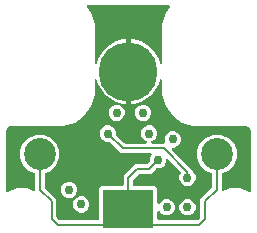
<source format=gbl>
G04 EAGLE Gerber X2 export*
G75*
%MOIN*%
%FSLAX24Y24*%
%LPD*%
%AMOC8*
5,1,8,0,0,1.08239X$1,22.5*%
G01*
%ADD10R,0.169291X0.125984*%
%ADD11C,0.196850*%
%ADD12C,0.106299*%
%ADD13C,0.029780*%
%ADD14C,0.008000*%

G36*
X3524Y752D02*
X3524Y752D01*
X3526Y752D01*
X3529Y752D01*
X3532Y753D01*
X3534Y754D01*
X3537Y755D01*
X3539Y756D01*
X3542Y757D01*
X3544Y759D01*
X3546Y760D01*
X3548Y763D01*
X3551Y765D01*
X3552Y767D01*
X3554Y769D01*
X3555Y771D01*
X3557Y774D01*
X3557Y776D01*
X3559Y779D01*
X3559Y781D01*
X3560Y785D01*
X3560Y788D01*
X3560Y791D01*
X3560Y1822D01*
X3631Y1892D01*
X4328Y1892D01*
X4330Y1893D01*
X4333Y1893D01*
X4336Y1894D01*
X4339Y1894D01*
X4341Y1895D01*
X4343Y1896D01*
X4346Y1897D01*
X4349Y1899D01*
X4351Y1900D01*
X4353Y1902D01*
X4355Y1904D01*
X4357Y1906D01*
X4358Y1908D01*
X4360Y1910D01*
X4361Y1913D01*
X4363Y1915D01*
X4364Y1918D01*
X4365Y1920D01*
X4365Y1923D01*
X4366Y1926D01*
X4366Y1929D01*
X4367Y1932D01*
X4367Y2232D01*
X4756Y2621D01*
X5134Y2621D01*
X5137Y2622D01*
X5141Y2622D01*
X5143Y2623D01*
X5145Y2623D01*
X5148Y2625D01*
X5152Y2626D01*
X5153Y2627D01*
X5155Y2628D01*
X5159Y2631D01*
X5161Y2633D01*
X5231Y2702D01*
X5233Y2705D01*
X5236Y2708D01*
X5236Y2710D01*
X5237Y2711D01*
X5239Y2715D01*
X5240Y2718D01*
X5241Y2720D01*
X5241Y2721D01*
X5242Y2726D01*
X5242Y2730D01*
X5242Y2810D01*
X5283Y2909D01*
X5296Y2922D01*
X5297Y2923D01*
X5298Y2923D01*
X5298Y2924D01*
X5301Y2927D01*
X5303Y2931D01*
X5304Y2932D01*
X5304Y2933D01*
X5305Y2937D01*
X5307Y2941D01*
X5307Y2942D01*
X5307Y2944D01*
X5308Y2948D01*
X5308Y2952D01*
X5308Y2953D01*
X5308Y2955D01*
X5306Y2959D01*
X5306Y2963D01*
X5305Y2964D01*
X5305Y2965D01*
X5302Y2969D01*
X5300Y2973D01*
X5299Y2974D01*
X5299Y2975D01*
X5296Y2978D01*
X5293Y2981D01*
X5291Y2981D01*
X5291Y2982D01*
X5287Y2984D01*
X5283Y2986D01*
X5282Y2986D01*
X5281Y2987D01*
X5277Y2988D01*
X5272Y2989D01*
X5270Y2989D01*
X5269Y2989D01*
X4264Y2989D01*
X3892Y3361D01*
X3889Y3363D01*
X3886Y3365D01*
X3885Y3366D01*
X3884Y3367D01*
X3880Y3369D01*
X3876Y3370D01*
X3875Y3371D01*
X3873Y3371D01*
X3868Y3372D01*
X3865Y3372D01*
X3785Y3372D01*
X3686Y3413D01*
X3610Y3489D01*
X3569Y3588D01*
X3569Y3695D01*
X3610Y3794D01*
X3686Y3870D01*
X3785Y3911D01*
X3892Y3911D01*
X3991Y3870D01*
X4067Y3794D01*
X4108Y3695D01*
X4108Y3616D01*
X4109Y3613D01*
X4109Y3611D01*
X4109Y3610D01*
X4109Y3608D01*
X4110Y3606D01*
X4110Y3605D01*
X4111Y3601D01*
X4112Y3601D01*
X4113Y3598D01*
X4114Y3596D01*
X4114Y3595D01*
X4118Y3591D01*
X4120Y3588D01*
X4386Y3322D01*
X4389Y3320D01*
X4392Y3317D01*
X4393Y3316D01*
X4395Y3315D01*
X4398Y3314D01*
X4402Y3312D01*
X4403Y3312D01*
X4405Y3311D01*
X4410Y3311D01*
X4414Y3310D01*
X5115Y3310D01*
X5118Y3311D01*
X5121Y3311D01*
X5123Y3312D01*
X5126Y3312D01*
X5129Y3313D01*
X5132Y3314D01*
X5134Y3316D01*
X5136Y3316D01*
X5138Y3319D01*
X5141Y3321D01*
X5142Y3322D01*
X5144Y3324D01*
X5146Y3327D01*
X5148Y3329D01*
X5149Y3331D01*
X5150Y3333D01*
X5151Y3336D01*
X5153Y3339D01*
X5153Y3342D01*
X5153Y3344D01*
X5153Y3347D01*
X5154Y3350D01*
X5153Y3353D01*
X5154Y3355D01*
X5153Y3358D01*
X5152Y3361D01*
X5151Y3363D01*
X5151Y3365D01*
X5149Y3368D01*
X5147Y3371D01*
X5146Y3373D01*
X5145Y3375D01*
X5142Y3377D01*
X5140Y3380D01*
X5138Y3381D01*
X5136Y3382D01*
X5133Y3384D01*
X5130Y3386D01*
X5064Y3413D01*
X4988Y3489D01*
X4947Y3588D01*
X4947Y3695D01*
X4988Y3794D01*
X5064Y3870D01*
X5163Y3911D01*
X5270Y3911D01*
X5369Y3870D01*
X5445Y3794D01*
X5486Y3695D01*
X5486Y3588D01*
X5445Y3489D01*
X5369Y3413D01*
X5303Y3386D01*
X5301Y3384D01*
X5297Y3383D01*
X5296Y3381D01*
X5294Y3380D01*
X5292Y3378D01*
X5289Y3375D01*
X5288Y3374D01*
X5286Y3372D01*
X5285Y3369D01*
X5283Y3366D01*
X5282Y3364D01*
X5281Y3362D01*
X5281Y3359D01*
X5280Y3356D01*
X5280Y3353D01*
X5279Y3351D01*
X5280Y3348D01*
X5280Y3345D01*
X5280Y3342D01*
X5280Y3340D01*
X5282Y3337D01*
X5283Y3334D01*
X5284Y3332D01*
X5284Y3330D01*
X5287Y3327D01*
X5288Y3324D01*
X5290Y3323D01*
X5291Y3321D01*
X5294Y3319D01*
X5297Y3317D01*
X5299Y3316D01*
X5300Y3315D01*
X5304Y3314D01*
X5307Y3312D01*
X5309Y3312D01*
X5311Y3311D01*
X5315Y3311D01*
X5318Y3310D01*
X5709Y3310D01*
X5714Y3311D01*
X5718Y3311D01*
X5719Y3312D01*
X5720Y3312D01*
X5724Y3314D01*
X5729Y3316D01*
X5730Y3316D01*
X5734Y3320D01*
X5737Y3322D01*
X5738Y3323D01*
X5739Y3324D01*
X5741Y3328D01*
X5744Y3331D01*
X5744Y3332D01*
X5745Y3333D01*
X5746Y3337D01*
X5748Y3342D01*
X5748Y3343D01*
X5748Y3344D01*
X5748Y3348D01*
X5748Y3353D01*
X5748Y3354D01*
X5748Y3355D01*
X5746Y3361D01*
X5745Y3365D01*
X5734Y3391D01*
X5734Y3499D01*
X5775Y3598D01*
X5851Y3673D01*
X5950Y3715D01*
X6058Y3715D01*
X6157Y3673D01*
X6233Y3598D01*
X6274Y3499D01*
X6274Y3391D01*
X6233Y3292D01*
X6157Y3216D01*
X6058Y3175D01*
X6005Y3175D01*
X6004Y3175D01*
X6003Y3175D01*
X5998Y3174D01*
X5994Y3174D01*
X5993Y3173D01*
X5992Y3173D01*
X5988Y3171D01*
X5984Y3169D01*
X5983Y3168D01*
X5982Y3168D01*
X5979Y3165D01*
X5976Y3162D01*
X5975Y3161D01*
X5974Y3160D01*
X5972Y3156D01*
X5970Y3153D01*
X5969Y3151D01*
X5969Y3150D01*
X5968Y3146D01*
X5966Y3142D01*
X5966Y3141D01*
X5966Y3139D01*
X5966Y3135D01*
X5966Y3131D01*
X5967Y3130D01*
X5967Y3128D01*
X5968Y3124D01*
X5969Y3120D01*
X5970Y3119D01*
X5970Y3118D01*
X5972Y3115D01*
X5975Y3111D01*
X5976Y3110D01*
X5977Y3108D01*
X6657Y2429D01*
X6657Y2402D01*
X6657Y2398D01*
X6658Y2395D01*
X6658Y2393D01*
X6658Y2391D01*
X6660Y2388D01*
X6661Y2384D01*
X6662Y2383D01*
X6663Y2381D01*
X6666Y2377D01*
X6668Y2374D01*
X6725Y2318D01*
X6766Y2219D01*
X6766Y2112D01*
X6725Y2013D01*
X6649Y1937D01*
X6550Y1896D01*
X6442Y1896D01*
X6343Y1937D01*
X6267Y2013D01*
X6226Y2112D01*
X6226Y2219D01*
X6269Y2322D01*
X6270Y2325D01*
X6271Y2327D01*
X6272Y2329D01*
X6273Y2332D01*
X6273Y2335D01*
X6274Y2337D01*
X6274Y2340D01*
X6274Y2343D01*
X6273Y2346D01*
X6273Y2348D01*
X6272Y2351D01*
X6272Y2354D01*
X6270Y2356D01*
X6269Y2359D01*
X6268Y2361D01*
X6266Y2364D01*
X6264Y2366D01*
X6262Y2369D01*
X5848Y2782D01*
X5847Y2783D01*
X5847Y2784D01*
X5843Y2787D01*
X5840Y2789D01*
X5838Y2790D01*
X5837Y2790D01*
X5833Y2792D01*
X5829Y2793D01*
X5828Y2793D01*
X5827Y2794D01*
X5822Y2794D01*
X5818Y2794D01*
X5817Y2794D01*
X5816Y2794D01*
X5811Y2792D01*
X5807Y2792D01*
X5806Y2791D01*
X5805Y2791D01*
X5801Y2788D01*
X5798Y2786D01*
X5797Y2785D01*
X5796Y2785D01*
X5793Y2782D01*
X5790Y2779D01*
X5789Y2778D01*
X5788Y2777D01*
X5786Y2773D01*
X5784Y2769D01*
X5784Y2768D01*
X5783Y2767D01*
X5783Y2763D01*
X5782Y2758D01*
X5782Y2756D01*
X5781Y2755D01*
X5781Y2702D01*
X5740Y2603D01*
X5665Y2527D01*
X5565Y2486D01*
X5486Y2486D01*
X5482Y2486D01*
X5478Y2486D01*
X5476Y2485D01*
X5475Y2485D01*
X5471Y2483D01*
X5468Y2482D01*
X5466Y2481D01*
X5465Y2480D01*
X5461Y2477D01*
X5458Y2475D01*
X5283Y2300D01*
X4906Y2300D01*
X4902Y2299D01*
X4898Y2299D01*
X4896Y2299D01*
X4895Y2298D01*
X4891Y2297D01*
X4888Y2295D01*
X4886Y2294D01*
X4885Y2294D01*
X4881Y2291D01*
X4878Y2288D01*
X4700Y2110D01*
X4698Y2107D01*
X4695Y2104D01*
X4694Y2103D01*
X4693Y2101D01*
X4692Y2098D01*
X4690Y2094D01*
X4690Y2093D01*
X4689Y2091D01*
X4689Y2086D01*
X4688Y2083D01*
X4688Y1932D01*
X4689Y1929D01*
X4689Y1927D01*
X4689Y1924D01*
X4690Y1921D01*
X4691Y1918D01*
X4692Y1916D01*
X4693Y1913D01*
X4694Y1911D01*
X4696Y1909D01*
X4697Y1906D01*
X4700Y1904D01*
X4702Y1902D01*
X4704Y1901D01*
X4706Y1899D01*
X4708Y1898D01*
X4711Y1896D01*
X4713Y1895D01*
X4716Y1894D01*
X4718Y1894D01*
X4722Y1893D01*
X4725Y1893D01*
X4728Y1892D01*
X5424Y1892D01*
X5495Y1822D01*
X5495Y1329D01*
X5495Y1326D01*
X5495Y1322D01*
X5496Y1320D01*
X5496Y1318D01*
X5498Y1315D01*
X5499Y1312D01*
X5500Y1310D01*
X5501Y1308D01*
X5503Y1305D01*
X5505Y1303D01*
X5507Y1301D01*
X5508Y1300D01*
X5511Y1298D01*
X5514Y1295D01*
X5516Y1295D01*
X5517Y1293D01*
X5521Y1292D01*
X5524Y1291D01*
X5526Y1291D01*
X5528Y1290D01*
X5531Y1290D01*
X5535Y1290D01*
X5537Y1290D01*
X5539Y1290D01*
X5542Y1291D01*
X5546Y1292D01*
X5548Y1293D01*
X5550Y1293D01*
X5553Y1295D01*
X5556Y1296D01*
X5557Y1298D01*
X5559Y1299D01*
X5562Y1301D01*
X5564Y1304D01*
X5565Y1305D01*
X5567Y1307D01*
X5569Y1311D01*
X5570Y1314D01*
X5578Y1334D01*
X5654Y1410D01*
X5753Y1451D01*
X5861Y1451D01*
X5960Y1410D01*
X6036Y1334D01*
X6077Y1235D01*
X6077Y1127D01*
X6036Y1028D01*
X5960Y953D01*
X5861Y911D01*
X5753Y911D01*
X5654Y953D01*
X5578Y1028D01*
X5570Y1048D01*
X5569Y1051D01*
X5567Y1054D01*
X5566Y1056D01*
X5565Y1058D01*
X5562Y1060D01*
X5560Y1063D01*
X5558Y1064D01*
X5557Y1065D01*
X5553Y1067D01*
X5551Y1069D01*
X5549Y1069D01*
X5547Y1070D01*
X5543Y1071D01*
X5540Y1072D01*
X5538Y1072D01*
X5536Y1072D01*
X5532Y1072D01*
X5529Y1072D01*
X5527Y1072D01*
X5525Y1071D01*
X5522Y1070D01*
X5518Y1069D01*
X5516Y1068D01*
X5514Y1067D01*
X5512Y1065D01*
X5509Y1063D01*
X5507Y1062D01*
X5506Y1060D01*
X5504Y1058D01*
X5501Y1055D01*
X5500Y1053D01*
X5499Y1051D01*
X5498Y1048D01*
X5497Y1045D01*
X5496Y1043D01*
X5496Y1041D01*
X5495Y1037D01*
X5495Y1033D01*
X5495Y791D01*
X5495Y788D01*
X5495Y785D01*
X5496Y783D01*
X5496Y780D01*
X5497Y777D01*
X5498Y775D01*
X5500Y772D01*
X5501Y769D01*
X5503Y768D01*
X5504Y765D01*
X5506Y763D01*
X5508Y761D01*
X5510Y760D01*
X5512Y758D01*
X5515Y757D01*
X5517Y755D01*
X5520Y754D01*
X5522Y753D01*
X5525Y753D01*
X5528Y752D01*
X5531Y752D01*
X5534Y751D01*
X6807Y751D01*
X6811Y752D01*
X6815Y752D01*
X6816Y753D01*
X6818Y753D01*
X6821Y754D01*
X6825Y756D01*
X6826Y757D01*
X6828Y757D01*
X6832Y761D01*
X6835Y763D01*
X6914Y842D01*
X6915Y843D01*
X6915Y844D01*
X6917Y846D01*
X6919Y848D01*
X6920Y850D01*
X6921Y851D01*
X6922Y855D01*
X6924Y858D01*
X6924Y860D01*
X6925Y862D01*
X6925Y867D01*
X6926Y870D01*
X6926Y1445D01*
X7308Y1827D01*
X7310Y1830D01*
X7313Y1833D01*
X7314Y1834D01*
X7315Y1836D01*
X7316Y1839D01*
X7318Y1843D01*
X7318Y1844D01*
X7319Y1846D01*
X7319Y1851D01*
X7320Y1854D01*
X7320Y2287D01*
X7320Y2288D01*
X7319Y2293D01*
X7318Y2298D01*
X7318Y2299D01*
X7316Y2304D01*
X7313Y2308D01*
X7313Y2309D01*
X7310Y2313D01*
X7306Y2317D01*
X7303Y2319D01*
X7297Y2323D01*
X7296Y2323D01*
X7295Y2323D01*
X7111Y2400D01*
X6927Y2583D01*
X6828Y2823D01*
X6828Y3082D01*
X6927Y3322D01*
X7111Y3506D01*
X7351Y3605D01*
X7610Y3605D01*
X7850Y3506D01*
X8033Y3322D01*
X8133Y3082D01*
X8133Y2823D01*
X8033Y2583D01*
X7850Y2400D01*
X7665Y2323D01*
X7660Y2320D01*
X7656Y2318D01*
X7655Y2317D01*
X7652Y2313D01*
X7648Y2310D01*
X7648Y2309D01*
X7645Y2304D01*
X7643Y2300D01*
X7643Y2299D01*
X7642Y2296D01*
X7641Y2289D01*
X7641Y2288D01*
X7641Y2287D01*
X7641Y1767D01*
X7642Y1763D01*
X7642Y1758D01*
X7643Y1757D01*
X7645Y1752D01*
X7646Y1748D01*
X7647Y1747D01*
X7647Y1746D01*
X7650Y1743D01*
X7653Y1739D01*
X7654Y1739D01*
X7654Y1738D01*
X7658Y1735D01*
X7662Y1733D01*
X7663Y1732D01*
X7664Y1732D01*
X7668Y1731D01*
X7673Y1729D01*
X7674Y1729D01*
X7679Y1729D01*
X7684Y1728D01*
X7685Y1729D01*
X7692Y1730D01*
X7695Y1731D01*
X7905Y1818D01*
X8237Y1818D01*
X8550Y1688D01*
X8555Y1687D01*
X8559Y1686D01*
X8560Y1686D01*
X8561Y1686D01*
X8566Y1686D01*
X8570Y1686D01*
X8571Y1686D01*
X8572Y1686D01*
X8576Y1687D01*
X8581Y1689D01*
X8582Y1689D01*
X8586Y1692D01*
X8590Y1694D01*
X8591Y1695D01*
X8592Y1696D01*
X8595Y1699D01*
X8598Y1703D01*
X8599Y1704D01*
X8601Y1708D01*
X8603Y1713D01*
X8603Y1714D01*
X8604Y1721D01*
X8604Y1725D01*
X8604Y3740D01*
X8604Y3742D01*
X8604Y3743D01*
X8603Y3759D01*
X8602Y3764D01*
X8601Y3768D01*
X8591Y3798D01*
X8590Y3800D01*
X8587Y3808D01*
X8586Y3808D01*
X8586Y3809D01*
X8567Y3834D01*
X8567Y3835D01*
X8566Y3836D01*
X8560Y3842D01*
X8559Y3843D01*
X8533Y3862D01*
X8531Y3863D01*
X8523Y3867D01*
X8522Y3867D01*
X8492Y3877D01*
X8487Y3878D01*
X8483Y3879D01*
X8468Y3880D01*
X8466Y3880D01*
X8465Y3880D01*
X6694Y3880D01*
X6321Y4001D01*
X6003Y4232D01*
X5773Y4549D01*
X5652Y4922D01*
X5652Y5409D01*
X5651Y5410D01*
X5652Y5411D01*
X5651Y5416D01*
X5650Y5420D01*
X5650Y5421D01*
X5649Y5422D01*
X5647Y5426D01*
X5645Y5430D01*
X5645Y5431D01*
X5644Y5432D01*
X5641Y5435D01*
X5638Y5439D01*
X5637Y5439D01*
X5636Y5440D01*
X5633Y5442D01*
X5629Y5445D01*
X5628Y5445D01*
X5627Y5446D01*
X5623Y5447D01*
X5618Y5448D01*
X5617Y5448D01*
X5616Y5448D01*
X5612Y5448D01*
X5607Y5448D01*
X5606Y5448D01*
X5605Y5448D01*
X5601Y5446D01*
X5597Y5445D01*
X5596Y5444D01*
X5594Y5444D01*
X5591Y5442D01*
X5587Y5439D01*
X5586Y5438D01*
X5585Y5438D01*
X5583Y5434D01*
X5580Y5431D01*
X5579Y5430D01*
X5579Y5429D01*
X5577Y5426D01*
X5575Y5421D01*
X5575Y5419D01*
X5574Y5418D01*
X5572Y5408D01*
X5532Y5293D01*
X5479Y5183D01*
X5414Y5080D01*
X5338Y4985D01*
X5252Y4898D01*
X5156Y4822D01*
X5053Y4758D01*
X4943Y4705D01*
X4828Y4664D01*
X4710Y4637D01*
X4607Y4626D01*
X4607Y5669D01*
X4606Y5671D01*
X4606Y5674D01*
X4606Y5677D01*
X4605Y5680D01*
X4604Y5682D01*
X4603Y5684D01*
X4602Y5687D01*
X4601Y5690D01*
X4599Y5692D01*
X4598Y5694D01*
X4595Y5696D01*
X4593Y5698D01*
X4591Y5700D01*
X4589Y5701D01*
X4587Y5703D01*
X4584Y5704D01*
X4582Y5705D01*
X4579Y5706D01*
X4577Y5706D01*
X4574Y5707D01*
X4570Y5707D01*
X4568Y5708D01*
X4488Y5708D01*
X4485Y5708D01*
X4482Y5708D01*
X4480Y5707D01*
X4477Y5706D01*
X4474Y5705D01*
X4472Y5705D01*
X4469Y5703D01*
X4466Y5702D01*
X4465Y5700D01*
X4462Y5699D01*
X4460Y5697D01*
X4458Y5695D01*
X4457Y5692D01*
X4455Y5690D01*
X4454Y5688D01*
X4452Y5685D01*
X4451Y5683D01*
X4450Y5680D01*
X4450Y5678D01*
X4449Y5675D01*
X4449Y5671D01*
X4448Y5669D01*
X4448Y4626D01*
X4346Y4637D01*
X4249Y4659D01*
X4246Y4660D01*
X4244Y4660D01*
X4241Y4660D01*
X4237Y4660D01*
X4235Y4660D01*
X4233Y4660D01*
X4230Y4659D01*
X4227Y4658D01*
X4225Y4657D01*
X4222Y4656D01*
X4220Y4655D01*
X4217Y4653D01*
X4216Y4652D01*
X4216Y4653D01*
X4215Y4654D01*
X4215Y4655D01*
X4212Y4659D01*
X4210Y4663D01*
X4209Y4664D01*
X4209Y4665D01*
X4206Y4668D01*
X4202Y4671D01*
X4201Y4671D01*
X4201Y4672D01*
X4195Y4675D01*
X4192Y4677D01*
X4112Y4705D01*
X4002Y4758D01*
X3899Y4822D01*
X3803Y4898D01*
X3717Y4985D01*
X3641Y5080D01*
X3576Y5183D01*
X3524Y5293D01*
X3483Y5408D01*
X3481Y5418D01*
X3481Y5419D01*
X3480Y5420D01*
X3479Y5424D01*
X3477Y5428D01*
X3476Y5429D01*
X3476Y5430D01*
X3473Y5434D01*
X3470Y5437D01*
X3469Y5438D01*
X3469Y5439D01*
X3465Y5441D01*
X3461Y5444D01*
X3460Y5444D01*
X3459Y5445D01*
X3455Y5446D01*
X3451Y5448D01*
X3450Y5448D01*
X3449Y5448D01*
X3444Y5448D01*
X3440Y5448D01*
X3439Y5448D01*
X3438Y5448D01*
X3433Y5447D01*
X3429Y5446D01*
X3428Y5445D01*
X3427Y5445D01*
X3423Y5443D01*
X3419Y5441D01*
X3419Y5440D01*
X3418Y5439D01*
X3415Y5436D01*
X3411Y5433D01*
X3411Y5432D01*
X3410Y5431D01*
X3408Y5427D01*
X3406Y5423D01*
X3406Y5422D01*
X3405Y5421D01*
X3405Y5417D01*
X3404Y5412D01*
X3404Y5411D01*
X3404Y5409D01*
X3404Y4922D01*
X3282Y4549D01*
X3052Y4232D01*
X2734Y4001D01*
X2361Y3880D01*
X591Y3880D01*
X589Y3880D01*
X587Y3880D01*
X572Y3879D01*
X566Y3877D01*
X563Y3877D01*
X533Y3867D01*
X532Y3867D01*
X531Y3866D01*
X523Y3862D01*
X522Y3862D01*
X496Y3843D01*
X495Y3841D01*
X488Y3835D01*
X488Y3834D01*
X469Y3809D01*
X468Y3807D01*
X464Y3799D01*
X464Y3798D01*
X454Y3768D01*
X453Y3763D01*
X452Y3759D01*
X451Y3743D01*
X451Y3742D01*
X451Y3740D01*
X451Y1725D01*
X451Y1720D01*
X452Y1715D01*
X452Y1714D01*
X454Y1709D01*
X456Y1705D01*
X457Y1704D01*
X457Y1703D01*
X460Y1700D01*
X463Y1696D01*
X464Y1696D01*
X464Y1695D01*
X468Y1692D01*
X472Y1690D01*
X473Y1689D01*
X478Y1688D01*
X482Y1686D01*
X483Y1686D01*
X484Y1686D01*
X489Y1686D01*
X493Y1685D01*
X494Y1686D01*
X495Y1686D01*
X502Y1687D01*
X505Y1688D01*
X818Y1818D01*
X1150Y1818D01*
X1360Y1731D01*
X1364Y1730D01*
X1369Y1729D01*
X1370Y1729D01*
X1371Y1728D01*
X1375Y1729D01*
X1380Y1729D01*
X1381Y1729D01*
X1382Y1729D01*
X1386Y1730D01*
X1391Y1732D01*
X1392Y1732D01*
X1396Y1735D01*
X1400Y1737D01*
X1401Y1738D01*
X1401Y1739D01*
X1404Y1742D01*
X1407Y1746D01*
X1408Y1746D01*
X1408Y1747D01*
X1410Y1751D01*
X1412Y1756D01*
X1413Y1757D01*
X1414Y1764D01*
X1414Y1767D01*
X1414Y2287D01*
X1414Y2288D01*
X1413Y2293D01*
X1412Y2298D01*
X1412Y2299D01*
X1410Y2304D01*
X1408Y2308D01*
X1408Y2309D01*
X1407Y2309D01*
X1404Y2313D01*
X1401Y2317D01*
X1400Y2317D01*
X1397Y2319D01*
X1391Y2323D01*
X1390Y2323D01*
X1205Y2400D01*
X1022Y2583D01*
X923Y2823D01*
X923Y3082D01*
X1022Y3322D01*
X1205Y3506D01*
X1445Y3605D01*
X1705Y3605D01*
X1944Y3506D01*
X2128Y3322D01*
X2227Y3082D01*
X2227Y2823D01*
X2128Y2583D01*
X1944Y2400D01*
X1760Y2323D01*
X1759Y2323D01*
X1755Y2320D01*
X1750Y2318D01*
X1750Y2317D01*
X1746Y2313D01*
X1743Y2310D01*
X1742Y2309D01*
X1740Y2304D01*
X1738Y2300D01*
X1738Y2299D01*
X1737Y2299D01*
X1737Y2296D01*
X1736Y2289D01*
X1736Y2288D01*
X1736Y2287D01*
X1736Y1854D01*
X1736Y1851D01*
X1736Y1847D01*
X1737Y1845D01*
X1737Y1844D01*
X1739Y1840D01*
X1740Y1836D01*
X1741Y1835D01*
X1742Y1833D01*
X1745Y1830D01*
X1747Y1827D01*
X2129Y1445D01*
X2129Y870D01*
X2130Y866D01*
X2130Y863D01*
X2131Y861D01*
X2131Y859D01*
X2132Y856D01*
X2134Y852D01*
X2135Y851D01*
X2135Y849D01*
X2139Y845D01*
X2140Y844D01*
X2140Y843D01*
X2141Y842D01*
X2220Y763D01*
X2224Y760D01*
X2226Y758D01*
X2228Y757D01*
X2229Y756D01*
X2233Y755D01*
X2236Y753D01*
X2238Y753D01*
X2240Y752D01*
X2245Y752D01*
X2248Y751D01*
X3521Y751D01*
X3524Y752D01*
G37*
G36*
X4570Y5710D02*
X4570Y5710D01*
X4573Y5710D01*
X4576Y5711D01*
X4579Y5711D01*
X4581Y5712D01*
X4583Y5713D01*
X4586Y5714D01*
X4589Y5716D01*
X4591Y5717D01*
X4593Y5719D01*
X4595Y5721D01*
X4597Y5723D01*
X4598Y5725D01*
X4600Y5727D01*
X4601Y5730D01*
X4603Y5732D01*
X4604Y5735D01*
X4605Y5737D01*
X4605Y5740D01*
X4606Y5743D01*
X4606Y5746D01*
X4607Y5749D01*
X4607Y6792D01*
X4710Y6780D01*
X4828Y6753D01*
X4943Y6713D01*
X5053Y6660D01*
X5156Y6595D01*
X5252Y6519D01*
X5338Y6433D01*
X5414Y6338D01*
X5479Y6234D01*
X5532Y6125D01*
X5572Y6010D01*
X5574Y5999D01*
X5575Y5998D01*
X5575Y5997D01*
X5576Y5993D01*
X5578Y5989D01*
X5579Y5988D01*
X5579Y5987D01*
X5582Y5984D01*
X5585Y5980D01*
X5586Y5980D01*
X5586Y5979D01*
X5590Y5976D01*
X5594Y5974D01*
X5595Y5973D01*
X5596Y5973D01*
X5600Y5971D01*
X5604Y5970D01*
X5605Y5970D01*
X5606Y5969D01*
X5611Y5969D01*
X5615Y5969D01*
X5616Y5969D01*
X5617Y5969D01*
X5622Y5970D01*
X5626Y5971D01*
X5627Y5972D01*
X5628Y5972D01*
X5632Y5975D01*
X5636Y5977D01*
X5637Y5977D01*
X5638Y5978D01*
X5640Y5981D01*
X5644Y5984D01*
X5644Y5985D01*
X5645Y5986D01*
X5647Y5990D01*
X5649Y5994D01*
X5649Y5995D01*
X5650Y5996D01*
X5650Y6000D01*
X5651Y6005D01*
X5651Y6007D01*
X5652Y6008D01*
X5652Y7283D01*
X5773Y7656D01*
X5915Y7851D01*
X5916Y7854D01*
X5918Y7857D01*
X5919Y7859D01*
X5920Y7861D01*
X5921Y7864D01*
X5922Y7868D01*
X5922Y7870D01*
X5922Y7872D01*
X5922Y7875D01*
X5922Y7879D01*
X5921Y7881D01*
X5921Y7883D01*
X5920Y7886D01*
X5919Y7890D01*
X5918Y7891D01*
X5917Y7893D01*
X5915Y7896D01*
X5913Y7899D01*
X5912Y7900D01*
X5911Y7902D01*
X5908Y7904D01*
X5905Y7907D01*
X5903Y7907D01*
X5902Y7908D01*
X5898Y7910D01*
X5895Y7911D01*
X5893Y7912D01*
X5891Y7912D01*
X5886Y7913D01*
X5883Y7913D01*
X3172Y7913D01*
X3169Y7913D01*
X3165Y7913D01*
X3163Y7912D01*
X3161Y7912D01*
X3158Y7910D01*
X3154Y7909D01*
X3153Y7908D01*
X3151Y7907D01*
X3148Y7905D01*
X3145Y7903D01*
X3144Y7901D01*
X3143Y7900D01*
X3141Y7897D01*
X3138Y7894D01*
X3138Y7892D01*
X3137Y7891D01*
X3136Y7887D01*
X3134Y7884D01*
X3134Y7882D01*
X3133Y7880D01*
X3133Y7876D01*
X3133Y7873D01*
X3133Y7871D01*
X3133Y7869D01*
X3134Y7865D01*
X3135Y7862D01*
X3136Y7860D01*
X3136Y7858D01*
X3139Y7854D01*
X3140Y7851D01*
X3282Y7656D01*
X3404Y7283D01*
X3404Y6008D01*
X3404Y6007D01*
X3404Y6006D01*
X3404Y6002D01*
X3405Y5997D01*
X3406Y5996D01*
X3406Y5995D01*
X3408Y5991D01*
X3410Y5987D01*
X3410Y5986D01*
X3411Y5985D01*
X3414Y5982D01*
X3417Y5979D01*
X3418Y5978D01*
X3419Y5977D01*
X3422Y5975D01*
X3426Y5973D01*
X3427Y5972D01*
X3428Y5972D01*
X3433Y5971D01*
X3437Y5969D01*
X3438Y5969D01*
X3439Y5969D01*
X3443Y5969D01*
X3448Y5969D01*
X3449Y5970D01*
X3450Y5970D01*
X3454Y5971D01*
X3459Y5972D01*
X3460Y5973D01*
X3461Y5973D01*
X3464Y5976D01*
X3468Y5978D01*
X3469Y5979D01*
X3470Y5980D01*
X3472Y5983D01*
X3475Y5986D01*
X3476Y5987D01*
X3477Y5988D01*
X3478Y5992D01*
X3480Y5996D01*
X3480Y5998D01*
X3481Y5999D01*
X3483Y6010D01*
X3524Y6125D01*
X3576Y6234D01*
X3641Y6338D01*
X3717Y6433D01*
X3803Y6519D01*
X3899Y6595D01*
X4002Y6660D01*
X4112Y6713D01*
X4227Y6753D01*
X4346Y6780D01*
X4448Y6792D01*
X4448Y5749D01*
X4449Y5746D01*
X4449Y5744D01*
X4449Y5741D01*
X4450Y5738D01*
X4451Y5735D01*
X4452Y5733D01*
X4453Y5730D01*
X4454Y5728D01*
X4456Y5726D01*
X4457Y5723D01*
X4460Y5721D01*
X4462Y5719D01*
X4464Y5718D01*
X4466Y5716D01*
X4468Y5715D01*
X4471Y5713D01*
X4473Y5712D01*
X4476Y5711D01*
X4478Y5711D01*
X4482Y5710D01*
X4485Y5710D01*
X4488Y5709D01*
X4568Y5709D01*
X4570Y5710D01*
G37*
%LPC*%
G36*
X4080Y4061D02*
X4080Y4061D01*
X3981Y4102D01*
X3905Y4178D01*
X3864Y4277D01*
X3864Y4384D01*
X3905Y4483D01*
X3981Y4559D01*
X4080Y4600D01*
X4179Y4600D01*
X4183Y4601D01*
X4188Y4601D01*
X4189Y4602D01*
X4190Y4602D01*
X4194Y4604D01*
X4198Y4605D01*
X4199Y4606D01*
X4200Y4606D01*
X4203Y4609D01*
X4204Y4606D01*
X4205Y4603D01*
X4206Y4601D01*
X4207Y4599D01*
X4209Y4597D01*
X4211Y4594D01*
X4213Y4593D01*
X4215Y4591D01*
X4217Y4590D01*
X4220Y4587D01*
X4222Y4586D01*
X4225Y4585D01*
X4287Y4559D01*
X4362Y4483D01*
X4404Y4384D01*
X4404Y4277D01*
X4362Y4178D01*
X4287Y4102D01*
X4187Y4061D01*
X4080Y4061D01*
G37*
%LPD*%
%LPC*%
G36*
X4966Y4061D02*
X4966Y4061D01*
X4867Y4102D01*
X4791Y4178D01*
X4750Y4277D01*
X4750Y4384D01*
X4791Y4483D01*
X4867Y4559D01*
X4966Y4600D01*
X5073Y4600D01*
X5172Y4559D01*
X5248Y4483D01*
X5289Y4384D01*
X5289Y4277D01*
X5248Y4178D01*
X5172Y4102D01*
X5073Y4061D01*
X4966Y4061D01*
G37*
%LPD*%
%LPC*%
G36*
X2505Y1502D02*
X2505Y1502D01*
X2406Y1543D01*
X2330Y1619D01*
X2289Y1718D01*
X2289Y1825D01*
X2330Y1924D01*
X2406Y2000D01*
X2505Y2041D01*
X2613Y2041D01*
X2712Y2000D01*
X2788Y1924D01*
X2829Y1825D01*
X2829Y1718D01*
X2788Y1619D01*
X2712Y1543D01*
X2613Y1502D01*
X2505Y1502D01*
G37*
%LPD*%
%LPC*%
G36*
X2899Y1010D02*
X2899Y1010D01*
X2800Y1051D01*
X2724Y1127D01*
X2683Y1226D01*
X2683Y1333D01*
X2724Y1432D01*
X2800Y1508D01*
X2899Y1549D01*
X3006Y1549D01*
X3106Y1508D01*
X3181Y1432D01*
X3222Y1333D01*
X3222Y1226D01*
X3181Y1127D01*
X3106Y1051D01*
X3006Y1010D01*
X2899Y1010D01*
G37*
%LPD*%
%LPC*%
G36*
X6442Y911D02*
X6442Y911D01*
X6343Y953D01*
X6267Y1028D01*
X6226Y1127D01*
X6226Y1235D01*
X6267Y1334D01*
X6343Y1410D01*
X6442Y1451D01*
X6550Y1451D01*
X6649Y1410D01*
X6725Y1334D01*
X6766Y1235D01*
X6766Y1127D01*
X6725Y1028D01*
X6649Y953D01*
X6550Y911D01*
X6442Y911D01*
G37*
%LPD*%
D10*
X4528Y1142D03*
D11*
X4528Y5709D03*
D12*
X7480Y2953D03*
X1575Y2953D03*
D13*
X4528Y7677D03*
D14*
X4528Y5709D01*
D13*
X4528Y4921D03*
D14*
X4528Y5709D01*
X7480Y2953D02*
X7480Y1772D01*
X7087Y1378D02*
X7087Y787D01*
X6890Y591D01*
X5079Y591D01*
X4528Y1142D01*
X7087Y1378D02*
X7480Y1772D01*
X1575Y1772D02*
X1575Y2953D01*
X1575Y1772D02*
X1969Y1378D01*
X1969Y787D02*
X2165Y591D01*
X3976Y591D01*
X4528Y1142D01*
X1969Y1378D02*
X1969Y787D01*
X4528Y1142D02*
X4528Y1673D01*
D13*
X5512Y2756D03*
D14*
X5217Y2461D01*
X4823Y2461D01*
X4528Y2165D01*
X4528Y1142D01*
D13*
X3839Y3642D03*
X6496Y2165D03*
D14*
X4331Y3150D02*
X3839Y3642D01*
X6496Y2362D02*
X6496Y2165D01*
X5709Y3150D02*
X4331Y3150D01*
X5709Y3150D02*
X6496Y2362D01*
D13*
X6004Y3445D03*
X2559Y1772D03*
X4134Y4331D03*
X5807Y1181D03*
X5020Y4331D03*
X2953Y1280D03*
X5217Y3642D03*
X6496Y1181D03*
M02*

</source>
